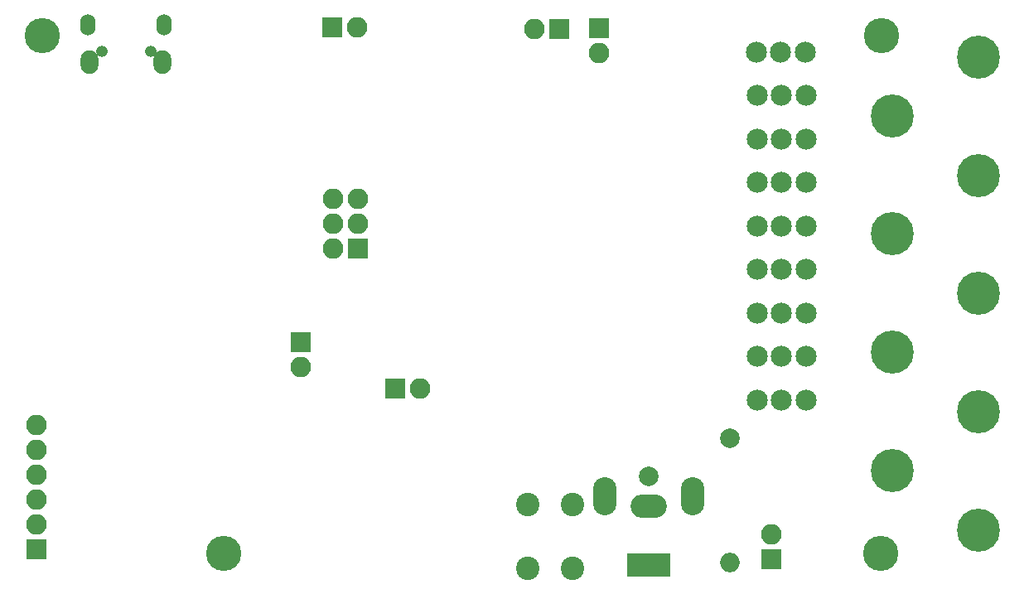
<source format=gbr>
G04 #@! TF.GenerationSoftware,KiCad,Pcbnew,(5.0.0)*
G04 #@! TF.CreationDate,2019-12-28T12:47:59+11:00*
G04 #@! TF.ProjectId,DAQ Board,44415120426F6172642E6B696361645F,rev?*
G04 #@! TF.SameCoordinates,Original*
G04 #@! TF.FileFunction,Soldermask,Bot*
G04 #@! TF.FilePolarity,Negative*
%FSLAX46Y46*%
G04 Gerber Fmt 4.6, Leading zero omitted, Abs format (unit mm)*
G04 Created by KiCad (PCBNEW (5.0.0)) date 12/28/19 12:47:59*
%MOMM*%
%LPD*%
G01*
G04 APERTURE LIST*
%ADD10C,2.150000*%
%ADD11C,4.400000*%
%ADD12O,2.100000X2.100000*%
%ADD13R,2.100000X2.100000*%
%ADD14C,3.600000*%
%ADD15C,2.400000*%
%ADD16C,2.000000*%
%ADD17O,2.000000X2.000000*%
%ADD18O,1.850000X2.400000*%
%ADD19O,1.550000X2.200000*%
%ADD20O,1.200000X1.200000*%
%ADD21R,4.400000X2.400000*%
%ADD22O,3.700000X2.400000*%
%ADD23O,2.400000X3.900000*%
G04 APERTURE END LIST*
D10*
G04 #@! TO.C,SW10*
X205920428Y-76161482D03*
X208420428Y-76161482D03*
X203420428Y-76161482D03*
G04 #@! TD*
D11*
G04 #@! TO.C,J19*
X226060000Y-72220000D03*
G04 #@! TD*
G04 #@! TO.C,J18*
X217230000Y-78215000D03*
G04 #@! TD*
G04 #@! TO.C,J17*
X226060000Y-84305000D03*
G04 #@! TD*
G04 #@! TO.C,J13*
X217230000Y-90300000D03*
G04 #@! TD*
G04 #@! TO.C,J11*
X226060000Y-96390000D03*
G04 #@! TD*
G04 #@! TO.C,J9*
X217230000Y-102385000D03*
G04 #@! TD*
G04 #@! TO.C,J1*
X226060000Y-120560000D03*
G04 #@! TD*
G04 #@! TO.C,J3*
X217230000Y-114470000D03*
G04 #@! TD*
G04 #@! TO.C,J8*
X226060000Y-108475000D03*
G04 #@! TD*
D12*
G04 #@! TO.C,J5*
X129830428Y-109841482D03*
X129830428Y-112381482D03*
X129830428Y-114921482D03*
X129830428Y-117461482D03*
X129830428Y-120001482D03*
D13*
X129830428Y-122541482D03*
G04 #@! TD*
G04 #@! TO.C,J12*
X156770428Y-101381482D03*
D12*
X156770428Y-103921482D03*
G04 #@! TD*
G04 #@! TO.C,J7*
X204860428Y-120981482D03*
D13*
X204860428Y-123521482D03*
G04 #@! TD*
G04 #@! TO.C,J16*
X160060428Y-69151482D03*
D12*
X162600428Y-69151482D03*
G04 #@! TD*
G04 #@! TO.C,J15*
X180710428Y-69321482D03*
D13*
X183250428Y-69321482D03*
G04 #@! TD*
G04 #@! TO.C,J14*
X187270428Y-69291482D03*
D12*
X187270428Y-71831482D03*
G04 #@! TD*
D13*
G04 #@! TO.C,J10*
X166460000Y-106130000D03*
D12*
X169000000Y-106130000D03*
G04 #@! TD*
D10*
G04 #@! TO.C,SW7*
X205920428Y-89496482D03*
X208420428Y-89496482D03*
X203420428Y-89496482D03*
G04 #@! TD*
G04 #@! TO.C,SW3*
X205920428Y-107276482D03*
X208420428Y-107276482D03*
X203420428Y-107276482D03*
G04 #@! TD*
G04 #@! TO.C,SW4*
X205920428Y-102831482D03*
X208420428Y-102831482D03*
X203420428Y-102831482D03*
G04 #@! TD*
G04 #@! TO.C,SW5*
X205920428Y-98386482D03*
X208420428Y-98386482D03*
X203420428Y-98386482D03*
G04 #@! TD*
G04 #@! TO.C,SW6*
X205920428Y-93941482D03*
X208420428Y-93941482D03*
X203420428Y-93941482D03*
G04 #@! TD*
G04 #@! TO.C,SW8*
X205920428Y-85051482D03*
X208420428Y-85051482D03*
X203420428Y-85051482D03*
G04 #@! TD*
G04 #@! TO.C,SW9*
X205920428Y-80606482D03*
X208420428Y-80606482D03*
X203420428Y-80606482D03*
G04 #@! TD*
G04 #@! TO.C,SW11*
X205864548Y-71716482D03*
X208364548Y-71716482D03*
X203364548Y-71716482D03*
G04 #@! TD*
D14*
G04 #@! TO.C,MH4*
X148910000Y-122961482D03*
G04 #@! TD*
G04 #@! TO.C,MH3*
X130360428Y-70011482D03*
G04 #@! TD*
G04 #@! TO.C,MH2*
X216150000Y-70011482D03*
G04 #@! TD*
G04 #@! TO.C,MH1*
X216080000Y-122961482D03*
G04 #@! TD*
D15*
G04 #@! TO.C,PB1*
X184540000Y-117950000D03*
X180040000Y-117950000D03*
X180040000Y-124450000D03*
X184540000Y-124450000D03*
G04 #@! TD*
D16*
G04 #@! TO.C,F1*
X200700428Y-111151482D03*
D17*
X200700428Y-123851482D03*
G04 #@! TD*
D18*
G04 #@! TO.C,J2*
X142666843Y-72730245D03*
X135216843Y-72730245D03*
D19*
X142816843Y-68930245D03*
X135066843Y-68930245D03*
D20*
X141441843Y-71680245D03*
X136441843Y-71680245D03*
G04 #@! TD*
D21*
G04 #@! TO.C,J4*
X192390428Y-124111482D03*
D22*
X192390428Y-118111482D03*
D23*
X196890428Y-117111482D03*
X187890428Y-117111482D03*
D16*
X192390428Y-115111482D03*
G04 #@! TD*
D13*
G04 #@! TO.C,J6*
X162680428Y-91811482D03*
D12*
X160140428Y-91811482D03*
X162680428Y-89271482D03*
X160140428Y-89271482D03*
X162680428Y-86731482D03*
X160140428Y-86731482D03*
G04 #@! TD*
M02*

</source>
